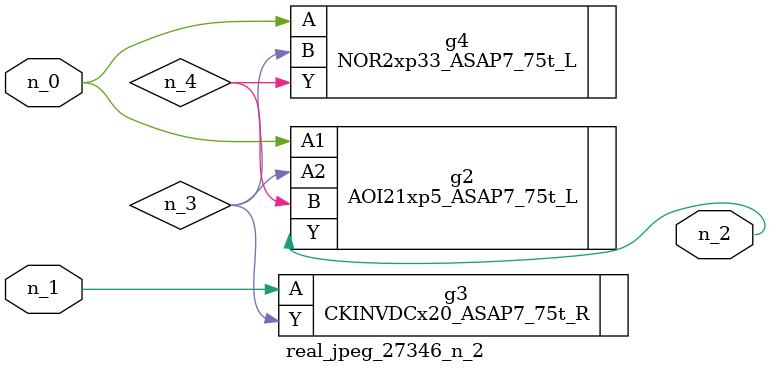
<source format=v>
module real_jpeg_27346_n_2 (n_1, n_0, n_2);

input n_1;
input n_0;

output n_2;

wire n_4;
wire n_3;

AOI21xp5_ASAP7_75t_L g2 ( 
.A1(n_0),
.A2(n_3),
.B(n_4),
.Y(n_2)
);

NOR2xp33_ASAP7_75t_L g4 ( 
.A(n_0),
.B(n_3),
.Y(n_4)
);

CKINVDCx20_ASAP7_75t_R g3 ( 
.A(n_1),
.Y(n_3)
);


endmodule
</source>
